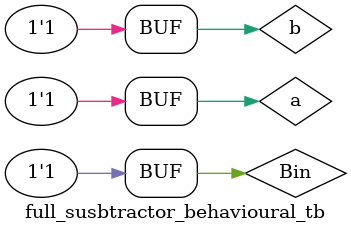
<source format=v>
module halfsubstractor_gatelevel (a,b,diff,borrow);
input a,b;
output diff,borrow;
wire comp;

xor (diff,a,b);
not (comp,a);
and (borrow,comp,b);
endmodule
module halfsubstractor_gatelevel_tb; // testbench
reg a,b;
wire diff,borrow;

halfsubstractor_gatelevel Z23(a,b,diff,borrow);
initial begin
    a = 0; b = 0;
    #10 a = 0; b = 1;
    #10 a = 1; b = 0;
    #10 a = 1; b = 1;
end
endmodule
//------------------------------------------HALF SUBSTRACTOR using DATA FLOW MODELLING----------------------------------------------
module halfsubstractor_dataflow (a,b,diff,borrow);
input a,b;
output diff,borrow;

assign diff = (a ^ b);
assign borrow = (~(a)&b);
endmodule
module halfsubstractor_dataflow_tb; // testbench
reg a,b;
wire diff,borrow;

halfsubstractor_dataflow xwn4(a,b,diff,borrow);
initial begin
    a = 0; b = 0;
    #10 a = 0; b = 1;
    #10 a = 1; b = 0;
    #10 a = 1; b = 1;
end
endmodule
//-------------------------------------------HALF SUBSTRACTOR using BEHAVIOURAL MODELLING-------------------------------------------
module halfsubstractor_behavioural (a,b,diff,borrow);
input a,b;
output reg diff,borrow;

always@(*)begin
    diff = (a^b);
    borrow = (~(a)&b);
end
endmodule
module halfsubstractor_behavioural_tb; // testbench
reg a,b;
wire diff,borrow;

halfsubstractor_behavioural cf6(a,b,diff,borrow);
initial begin
    a = 0; b = 0;
    #10 a = 0; b = 1;
    #10 a = 1; b = 0;
    #10 a = 1; b = 1;
end
endmodule
//------------------------------------------------------------------------------------------------------------------------------------
//--------------------------------------------FULL SUBSTRACTOR using GATE LEVEL MODELLING
module full_substractor_gatelevel (a,b,Bin,diff,Bout);
input a,b,Bin;
output diff,Bout;
wire xor1,not1,and1,and2,and3;

// Difference Part
xor (xor1,a,b);
xor (diff,xor1,Bin);

// Borrow Part
not (not1,a);
and (and1,not1,b);
and (and2,not1,Bin);
and (and3,b,Bin);
or (Bout,and1,and2,and3);
endmodule
module full_substractor_gatelevel_tb; // testbench
reg a,b,Bin;
wire diff,Bout;

full_susbtractor_gatelevel nsc7(a,b,Bin,diff,Bout);
initial begin
    a = 0; b = 0; Bin = 0;
    #10 a = 0; b = 0; Bin = 1;
    #10 a = 0; b = 1; Bin = 0;
    #10 a = 0; b = 1; Bin = 1;
    #10 a = 1; b = 0; Bin = 0;
    #10 a = 1; b = 0; Bin = 1;
    #10 a = 1; b = 1; Bin = 0;
    #10 a = 1; b = 1; Bin = 1;
end
endmodule
//------------------------------------------FULL SUBSTRACTOR using DATA FLOW MODELLING
module full_substractor_dataflow (a,b,Bin,diff,Bout);
input a,b,Bin;
output diff,Bout;

assign diff = (a ^ b ^ Bin);
assign Bout = ((~(a)&Bin)|(~(a)&b)|(b&Bin));
endmodule
module full_substractor_dataflow_tb; // testbench
reg a,b,Bin;
wire diff,Bout;

full_substractor_dataflow nb90(a,b,Bin,diff,Bout);
initial begin
    a = 0; b = 0; Bin = 0;
    #10 a = 0; b = 0; Bin = 1;
    #10 a = 0; b = 1; Bin = 0;
    #10 a = 0; b = 1; Bin = 1;
    #10 a = 1; b = 0; Bin = 0;
    #10 a = 1; b = 0; Bin = 1;
    #10 a = 1; b = 1; Bin = 0;
    #10 a = 1; b = 1; Bin = 1;
end
endmodule
//--------------------------------------FULL SUSBTRACTOR using BEHAVIOURAL MODELLING
module full_substractor_behavioural (a,b,Bin,diff,Bout);
input a,b,Bin;
output reg diff,Bout;

always@(*)begin
   diff = (a ^ b ^ Bin);
   Bout = ((~(a)&Bin)|(~(a)&b)|(b&Bin));
end
endmodule
module full_susbtractor_behavioural_tb; // testbench
reg a,b,Bin;
wire diff,Bout;

full_substractor_behavioural fe4t(a,b,Bin,diff,Bout);
initial begin
    a = 0; b = 0; Bin = 0;
    #10 a = 0; b = 0; Bin = 1;
    #10 a = 0; b = 1; Bin = 0;
    #10 a = 0; b = 1; Bin = 1;
    #10 a = 1; b = 0; Bin = 0;
    #10 a = 1; b = 0; Bin = 1;
    #10 a = 1; b = 1; Bin = 0;
    #10 a = 1; b = 1; Bin = 1;
end
endmodule
//---------------------------------------------------------------------------------------------------------------------------------







</source>
